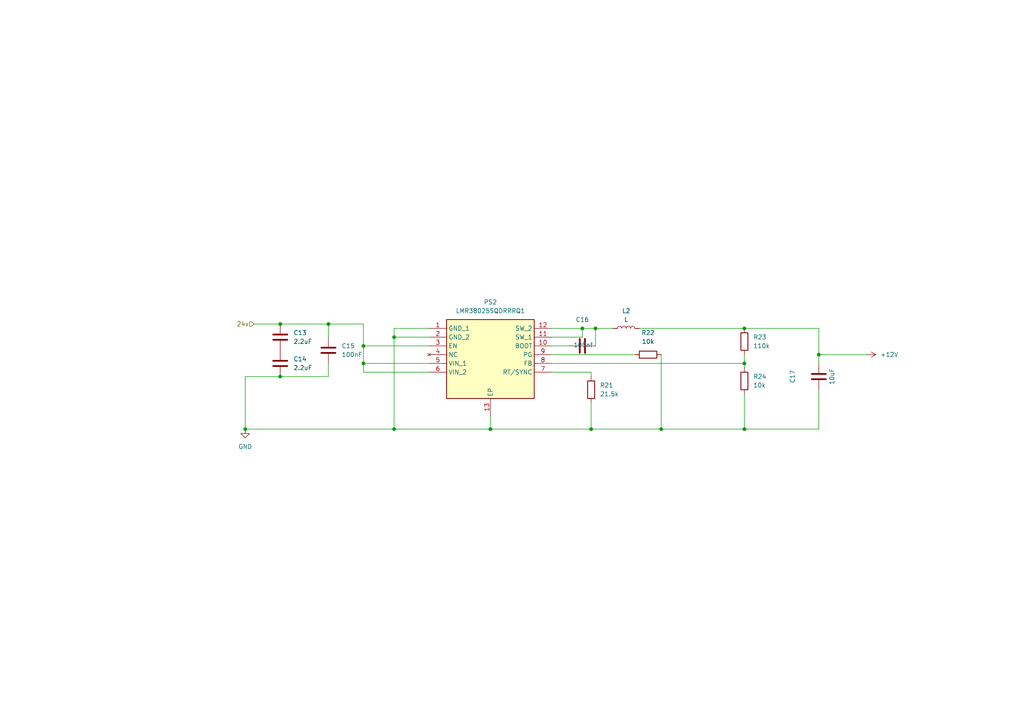
<source format=kicad_sch>
(kicad_sch (version 20250114) (generator "eeschema") (generator_version "9.0")
  (paper "A4")
  (lib_symbols
    (symbol "Device:C" (pin_numbers (hide yes)) (pin_names (offset 0.254))
      (property "Reference" "C" (at 0.635 2.54 0))
      (property "Value" "C" (at 0.635 -2.54 0))
      (symbol "C_0_1"
        (polyline (pts (xy -2.032 0.762) (xy 2.032 0.762)) (stroke (width 0.508)))
        (polyline (pts (xy -2.032 -0.762) (xy 2.032 -0.762)) (stroke (width 0.508)))
      )
      (symbol "C_1_1"
        (pin passive line (at 0 3.81 270) (length 2.794) (name "~") (number "1"))
        (pin passive line (at 0 -3.81 90) (length 2.794) (name "~") (number "2"))
      )
    )
    (symbol "Device:L" (pin_numbers (hide yes)) (pin_names (offset 1.016) (hide yes))
      (property "Reference" "L" (at -1.27 0 90))
      (property "Value" "L" (at 1.905 0 90))
      (symbol "L_0_1"
        (arc (start 0 2.54) (mid 0.6323 1.905) (end 0 1.27))
        (arc (start 0 1.27) (mid 0.6323 0.635) (end 0 0))
        (arc (start 0 0) (mid 0.6323 -0.635) (end 0 -1.27))
        (arc (start 0 -1.27) (mid 0.6323 -1.905) (end 0 -2.54))
      )
      (symbol "L_1_1"
        (pin passive line (at 0 3.81 270) (length 1.27) (name "1") (number "1"))
        (pin passive line (at 0 -3.81 90) (length 1.27) (name "2") (number "2"))
      )
    )
    (symbol "Device:R" (pin_numbers (hide yes)) (pin_names (offset 0))
      (property "Reference" "R" (at 2.032 0 90))
      (property "Value" "R" (at 0 0 90))
      (symbol "R_0_1"
        (rectangle (start -1.016 -2.54) (end 1.016 2.54) (stroke (width 0.254)))
      )
      (symbol "R_1_1"
        (pin passive line (at 0 3.81 270) (length 1.27) (name "~") (number "1"))
        (pin passive line (at 0 -3.81 90) (length 1.27) (name "~") (number "2"))
      )
    )
    (symbol "LMR38025SQDRRRQ1:LMR38025SQDRRRQ1"
      (property "Reference" "PS" (at 31.75 7.62 0))
      (property "Value" "LMR38025SQDRRRQ1" (at 31.75 5.08 0))
      (symbol "LMR38025SQDRRRQ1_1_1"
        (rectangle (start 5.08 2.54) (end 30.48 -20.32) (stroke (width 0.254)) (fill (type background)))
        (pin passive line (at 0 0 0) (length 5.08) (name "GND_1") (number "1"))
        (pin passive line (at 0 -2.54 0) (length 5.08) (name "GND_2") (number "2"))
        (pin passive line (at 0 -5.08 0) (length 5.08) (name "EN") (number "3"))
        (pin no_connect line (at 0 -7.62 0) (length 5.08) (name "NC") (number "4"))
        (pin passive line (at 0 -10.16 0) (length 5.08) (name "VIN_1") (number "5"))
        (pin passive line (at 0 -12.7 0) (length 5.08) (name "VIN_2") (number "6"))
        (pin passive line (at 17.78 -25.4 90) (length 5.08) (name "EP") (number "13"))
        (pin passive line (at 35.56 0 180) (length 5.08) (name "SW_2") (number "12"))
        (pin passive line (at 35.56 -2.54 180) (length 5.08) (name "SW_1") (number "11"))
        (pin passive line (at 35.56 -5.08 180) (length 5.08) (name "BOOT") (number "10"))
        (pin passive line (at 35.56 -7.62 180) (length 5.08) (name "PG") (number "9"))
        (pin passive line (at 35.56 -10.16 180) (length 5.08) (name "FB") (number "8"))
        (pin passive line (at 35.56 -12.7 180) (length 5.08) (name "RT/SYNC") (number "7"))
      )
    )
    (symbol "power:+12V" (power) (pin_numbers (hide yes)) (pin_names (offset 0) (hide yes))
      (property "Value" "+12V" (at 0 3.556 0))
      (symbol "+12V_0_1"
        (polyline (pts (xy -0.762 1.27) (xy 0 2.54)))
        (polyline (pts (xy 0 2.54) (xy 0.762 1.27)))
        (polyline (pts (xy 0 0) (xy 0 2.54)))
      )
      (symbol "+12V_1_1"
        (pin power_in line (at 0 0 90) (length 0) (name "~") (number "1"))
      )
    )
    (symbol "power:GND" (power) (pin_numbers (hide yes)) (pin_names (offset 0) (hide yes))
      (property "Value" "GND" (at 0 -3.81 0))
      (symbol "GND_0_1"
        (polyline (pts (xy 0 0) (xy 0 -1.27) (xy 1.27 -1.27) (xy 0 -2.54) (xy -1.27 -1.27) (xy 0 -1.27)))
      )
      (symbol "GND_1_1"
        (pin power_in line (at 0 0 270) (length 0) (name "~") (number "1"))
      )
    )
  )
  (junction (at 215.9 95.25))
  (junction (at 172.72 95.25))
  (junction (at 105.41 105.41))
  (junction (at 215.9 124.46))
  (junction (at 114.3 124.46))
  (junction (at 215.9 105.41))
  (junction (at 105.41 100.33))
  (junction (at 168.91 95.25))
  (junction (at 95.25 93.98))
  (junction (at 81.28 93.98))
  (junction (at 114.3 97.79))
  (junction (at 71.12 124.46))
  (junction (at 81.28 109.22))
  (junction (at 142.24 124.46))
  (junction (at 237.49 102.87))
  (junction (at 171.45 124.46))
  (junction (at 191.77 124.46))
  (wire (pts (xy 237.49 102.87) (xy 251.46 102.87)))
  (wire (pts (xy 71.12 109.22) (xy 81.28 109.22)))
  (wire (pts (xy 73.66 93.98) (xy 81.28 93.98)))
  (wire (pts (xy 171.45 124.46) (xy 142.24 124.46)))
  (wire (pts (xy 172.72 95.25) (xy 168.91 95.25)))
  (wire (pts (xy 142.24 124.46) (xy 114.3 124.46)))
  (wire (pts (xy 185.42 95.25) (xy 215.9 95.25)))
  (wire (pts (xy 171.45 116.84) (xy 171.45 124.46)))
  (wire (pts (xy 160.02 102.87) (xy 184.15 102.87)))
  (wire (pts (xy 160.02 105.41) (xy 215.9 105.41)))
  (wire (pts (xy 191.77 102.87) (xy 191.77 124.46)))
  (wire (pts (xy 124.46 100.33) (xy 105.41 100.33)))
  (wire (pts (xy 114.3 124.46) (xy 71.12 124.46)))
  (wire (pts (xy 71.12 124.46) (xy 71.12 109.22)))
  (wire (pts (xy 105.41 105.41) (xy 124.46 105.41)))
  (wire (pts (xy 81.28 109.22) (xy 95.25 109.22)))
  (wire (pts (xy 105.41 93.98) (xy 105.41 100.33)))
  (wire (pts (xy 160.02 97.79) (xy 168.91 97.79)))
  (wire (pts (xy 105.41 107.95) (xy 105.41 105.41)))
  (wire (pts (xy 168.91 95.25) (xy 168.91 97.79)))
  (wire (pts (xy 81.28 93.98) (xy 95.25 93.98)))
  (wire (pts (xy 237.49 95.25) (xy 237.49 102.87)))
  (wire (pts (xy 160.02 107.95) (xy 171.45 107.95)))
  (wire (pts (xy 215.9 102.87) (xy 215.9 105.41)))
  (wire (pts (xy 114.3 97.79) (xy 114.3 124.46)))
  (wire (pts (xy 237.49 95.25) (xy 215.9 95.25)))
  (wire (pts (xy 215.9 124.46) (xy 191.77 124.46)))
  (wire (pts (xy 172.72 95.25) (xy 172.72 100.33)))
  (wire (pts (xy 237.49 113.03) (xy 237.49 124.46)))
  (wire (pts (xy 124.46 95.25) (xy 114.3 95.25)))
  (wire (pts (xy 114.3 97.79) (xy 124.46 97.79)))
  (wire (pts (xy 105.41 100.33) (xy 105.41 105.41)))
  (wire (pts (xy 171.45 107.95) (xy 171.45 109.22)))
  (wire (pts (xy 95.25 109.22) (xy 95.25 105.41)))
  (wire (pts (xy 95.25 93.98) (xy 95.25 97.79)))
  (wire (pts (xy 142.24 120.65) (xy 142.24 124.46)))
  (wire (pts (xy 237.49 124.46) (xy 215.9 124.46)))
  (wire (pts (xy 95.25 93.98) (xy 105.41 93.98)))
  (wire (pts (xy 237.49 102.87) (xy 237.49 105.41)))
  (wire (pts (xy 124.46 107.95) (xy 105.41 107.95)))
  (wire (pts (xy 160.02 95.25) (xy 168.91 95.25)))
  (wire (pts (xy 177.8 95.25) (xy 172.72 95.25)))
  (wire (pts (xy 160.02 100.33) (xy 165.1 100.33)))
  (wire (pts (xy 215.9 105.41) (xy 215.9 106.68)))
  (wire (pts (xy 215.9 114.3) (xy 215.9 124.46)))
  (wire (pts (xy 114.3 95.25) (xy 114.3 97.79)))
  (wire (pts (xy 191.77 124.46) (xy 171.45 124.46)))
  (hierarchical_label "24v" (shape input) (at 73.66 93.98 180))
  (symbol (lib_id "Device:C") (at 81.28 105.41 0) (unit 1)
    (property "Reference" "C14" (at 85.09 104.1399 0) (effects (justify left)))
    (property "Value" "2.2uF" (at 85.09 106.6799 0) (effects (justify left)))
    (property "Footprint" "Capacitor_SMD:C_0201_0603Metric" (effects (hide yes)))
    (property "Description" "Unpolarized capacitor" (effects (hide yes)))
  )
  (symbol (lib_id "Device:R") (at 215.9 110.49 180) (unit 1)
    (property "Reference" "R24" (at 218.44 109.2199 0) (effects (justify right)))
    (property "Value" "10k" (at 218.44 111.7599 0) (effects (justify right)))
    (property "Footprint" "Resistor_SMD:R_0603_1608Metric" (effects (hide yes)))
    (property "Description" "Resistor" (effects (hide yes)))
  )
  (symbol (lib_id "Device:R") (at 215.9 99.06 180) (unit 1)
    (property "Reference" "R23" (at 218.44 97.7899 0) (effects (justify right)))
    (property "Value" "110k" (at 218.44 100.3299 0) (effects (justify right)))
    (property "Footprint" "Resistor_SMD:R_0402_1005Metric" (effects (hide yes)))
    (property "Description" "Resistor" (effects (hide yes)))
  )
  (symbol (lib_id "Device:R") (at 187.96 102.87 90) (unit 1)
    (property "Reference" "R22" (at 187.96 96.52 90))
    (property "Value" "10k" (at 187.96 99.06 90))
    (property "Footprint" "Resistor_SMD:R_0603_1608Metric" (effects (hide yes)))
    (property "Description" "Resistor" (effects (hide yes)))
  )
  (symbol (lib_id "Device:L") (at 181.61 95.25 90) (unit 1)
    (property "Reference" "L2" (at 181.61 90.17 90))
    (property "Value" "L" (at 181.61 92.71 90))
    (property "Footprint" "IHLP4040DZER5R6M01:IND_IHLP-4040DZ_VIS" (effects (hide yes)))
    (property "Description" "Inductor" (effects (hide yes)))
  )
  (symbol (lib_id "power:GND") (at 71.12 124.46 0) (unit 1)
    (property "Reference" "#PWR031" (effects (hide yes)))
    (property "Value" "GND" (at 71.12 129.54 0))
    (property "Description" "Power symbol creates a global label with name \"GND\" , ground" (effects (hide yes)))
  )
  (symbol (lib_id "Device:C") (at 168.91 100.33 90) (unit 1)
    (property "Reference" "C16" (at 168.91 92.71 90))
    (property "Value" "100nf" (at 169.164 100.076 90))
    (property "Footprint" "Capacitor_SMD:C_0201_0603Metric" (effects (hide yes)))
    (property "Description" "Unpolarized capacitor" (effects (hide yes)))
  )
  (symbol (lib_id "LMR38025SQDRRRQ1:LMR38025SQDRRRQ1") (at 124.46 95.25 0) (unit 1)
    (property "Reference" "PS2" (at 142.24 87.63 0))
    (property "Value" "LMR38025SQDRRRQ1" (at 142.24 90.17 0))
    (property "Footprint" "LMR380:SON50P300X300X80-13N" (effects (hide yes)))
    (property "Datasheet" "https://www.ti.com/lit/gpn/lmr38025-q1" (effects (hide yes)))
    (property "Description" "Switching Voltage Regulators LMR38025SQDRRRQ1" (effects (hide yes)))
    (property "Height" "0.8" (effects (hide yes)))
    (property "Mouser Part Number" "595-LMR38025SQDRRRQ1" (effects (hide yes)))
    (property "Mouser Price/Stock" "https://www.mouser.co.uk/ProductDetail/Texas-Instruments/LMR38025SQDRRRQ1?qs=Z%252BL2brAPG1JSpH2snz70qg%3D%3D" (effects (hide yes)))
    (property "Manufacturer_Name" "Texas Instruments" (effects (hide yes)))
    (property "Manufacturer_Part_Number" "LMR38025SQDRRRQ1" (effects (hide yes)))
  )
  (symbol (lib_id "Device:R") (at 171.45 113.03 0) (unit 1)
    (property "Reference" "R21" (at 173.99 111.7599 0) (effects (justify left)))
    (property "Value" "21.5k" (at 173.99 114.2999 0) (effects (justify left)))
    (property "Footprint" "Resistor_SMD:R_0402_1005Metric" (effects (hide yes)))
    (property "Description" "Resistor" (effects (hide yes)))
  )
  (symbol (lib_id "Device:C") (at 81.28 97.79 0) (unit 1)
    (property "Reference" "C13" (at 85.09 96.5199 0) (effects (justify left)))
    (property "Value" "2.2uF" (at 85.09 99.0599 0) (effects (justify left)))
    (property "Footprint" "Capacitor_SMD:C_0201_0603Metric" (effects (hide yes)))
    (property "Description" "Unpolarized capacitor" (effects (hide yes)))
  )
  (symbol (lib_id "power:+12V") (at 251.46 102.87 270) (unit 1)
    (property "Reference" "#PWR032" (effects (hide yes)))
    (property "Value" "+12V" (at 255.27 102.8699 90) (effects (justify left)))
    (property "Description" "Power symbol creates a global label with name \"+12V\"" (effects (hide yes)))
  )
  (symbol (lib_id "Device:C") (at 95.25 101.6 0) (unit 1)
    (property "Reference" "C15" (at 99.06 100.3299 0) (effects (justify left)))
    (property "Value" "100nF" (at 99.06 102.8699 0) (effects (justify left)))
    (property "Footprint" "Capacitor_SMD:C_0201_0603Metric" (effects (hide yes)))
    (property "Description" "Unpolarized capacitor" (effects (hide yes)))
  )
  (symbol (lib_id "Device:C") (at 237.49 109.22 180) (unit 1)
    (property "Reference" "C17" (at 229.87 109.22 90))
    (property "Value" "10uF" (at 241.3 109.22 90))
    (property "Footprint" "Capacitor_SMD:C_0402_1005Metric" (effects (hide yes)))
    (property "Description" "Unpolarized capacitor" (effects (hide yes)))
  )
)
</source>
